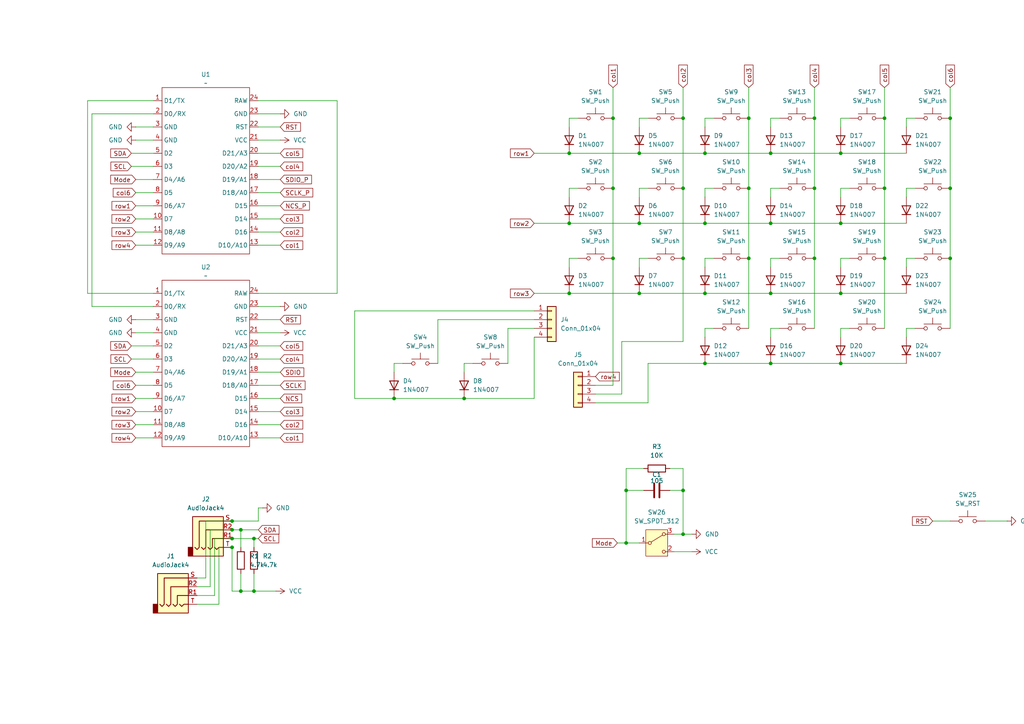
<source format=kicad_sch>
(kicad_sch (version 20231120) (generator "eeschema") (generator_version "8.0")
  (paper "A4")
  (junction (at 181.61 142.24))
  (junction (at 275.59 34.29))
  (junction (at 204.47 105.41))
  (junction (at 198.12 154.94))
  (junction (at 243.84 85.09))
  (junction (at 181.61 157.48))
  (junction (at 243.84 44.45))
  (junction (at 67.31 158.75))
  (junction (at 236.22 54.61))
  (junction (at 204.47 64.77))
  (junction (at 177.8 54.61))
  (junction (at 185.42 85.09))
  (junction (at 256.54 34.29))
  (junction (at 177.8 34.29))
  (junction (at 243.84 105.41))
  (junction (at 73.66 171.45))
  (junction (at 73.66 156.21))
  (junction (at 223.52 44.45))
  (junction (at 256.54 54.61))
  (junction (at 177.8 74.93))
  (junction (at 275.59 54.61))
  (junction (at 275.59 74.93))
  (junction (at 69.85 171.45))
  (junction (at 198.12 34.29))
  (junction (at 243.84 64.77))
  (junction (at 217.17 34.29))
  (junction (at 165.1 64.77))
  (junction (at 223.52 64.77))
  (junction (at 223.52 85.09))
  (junction (at 217.17 74.93))
  (junction (at 165.1 85.09))
  (junction (at 185.42 64.77))
  (junction (at 236.22 74.93))
  (junction (at 256.54 74.93))
  (junction (at 198.12 54.61))
  (junction (at 134.62 115.57))
  (junction (at 185.42 44.45))
  (junction (at 204.47 85.09))
  (junction (at 198.12 74.93))
  (junction (at 69.85 153.67))
  (junction (at 67.31 153.67))
  (junction (at 217.17 54.61))
  (junction (at 165.1 44.45))
  (junction (at 236.22 34.29))
  (junction (at 204.47 44.45))
  (junction (at 67.31 156.21))
  (junction (at 198.12 142.24))
  (junction (at 67.31 151.13))
  (junction (at 223.52 105.41))
  (junction (at 114.3 115.57))
  (wire (pts (xy 74.93 123.19) (xy 81.28 123.19)))
  (wire (pts (xy 217.17 74.93) (xy 217.17 95.25)))
  (wire (pts (xy 185.42 54.61) (xy 185.42 57.15)))
  (wire (pts (xy 198.12 34.29) (xy 198.12 54.61)))
  (wire (pts (xy 177.8 111.76) (xy 172.72 111.76)))
  (wire (pts (xy 243.84 105.41) (xy 262.89 105.41)))
  (wire (pts (xy 134.62 105.41) (xy 134.62 107.95)))
  (wire (pts (xy 265.43 34.29) (xy 262.89 34.29)))
  (wire (pts (xy 39.37 107.95) (xy 44.45 107.95)))
  (wire (pts (xy 97.79 29.21) (xy 97.79 85.09)))
  (wire (pts (xy 187.96 105.41) (xy 187.96 116.84)))
  (wire (pts (xy 198.12 154.94) (xy 200.66 154.94)))
  (wire (pts (xy 334.01 125.73) (xy 342.9 125.73)))
  (wire (pts (xy 74.93 67.31) (xy 81.28 67.31)))
  (wire (pts (xy 26.67 33.02) (xy 26.67 88.9)))
  (wire (pts (xy 187.96 105.41) (xy 204.47 105.41)))
  (wire (pts (xy 185.42 74.93) (xy 185.42 77.47)))
  (wire (pts (xy 39.37 127) (xy 44.45 127)))
  (wire (pts (xy 185.42 34.29) (xy 185.42 36.83)))
  (wire (pts (xy 243.84 85.09) (xy 262.89 85.09)))
  (wire (pts (xy 246.38 54.61) (xy 243.84 54.61)))
  (wire (pts (xy 167.64 74.93) (xy 165.1 74.93)))
  (wire (pts (xy 349.25 133.35) (xy 349.25 134.62)))
  (wire (pts (xy 67.31 151.13) (xy 74.93 151.13)))
  (wire (pts (xy 39.37 59.69) (xy 44.45 59.69)))
  (wire (pts (xy 127 92.71) (xy 154.94 92.71)))
  (wire (pts (xy 39.37 96.52) (xy 44.45 96.52)))
  (wire (pts (xy 38.1 104.14) (xy 44.45 104.14)))
  (wire (pts (xy 74.93 40.64) (xy 81.28 40.64)))
  (wire (pts (xy 265.43 74.93) (xy 262.89 74.93)))
  (wire (pts (xy 207.01 34.29) (xy 204.47 34.29)))
  (wire (pts (xy 38.1 100.33) (xy 44.45 100.33)))
  (wire (pts (xy 137.16 105.41) (xy 134.62 105.41)))
  (wire (pts (xy 74.93 33.02) (xy 81.28 33.02)))
  (wire (pts (xy 226.06 95.25) (xy 223.52 95.25)))
  (wire (pts (xy 217.17 25.4) (xy 217.17 34.29)))
  (wire (pts (xy 187.96 34.29) (xy 185.42 34.29)))
  (wire (pts (xy 74.93 92.71) (xy 81.28 92.71)))
  (wire (pts (xy 265.43 54.61) (xy 262.89 54.61)))
  (wire (pts (xy 198.12 154.94) (xy 198.12 142.24)))
  (wire (pts (xy 165.1 64.77) (xy 185.42 64.77)))
  (wire (pts (xy 73.66 171.45) (xy 80.01 171.45)))
  (wire (pts (xy 256.54 74.93) (xy 256.54 95.25)))
  (wire (pts (xy 74.93 151.13) (xy 74.93 147.32)))
  (wire (pts (xy 207.01 54.61) (xy 204.47 54.61)))
  (wire (pts (xy 275.59 34.29) (xy 275.59 54.61)))
  (wire (pts (xy 74.93 36.83) (xy 81.28 36.83)))
  (wire (pts (xy 187.96 74.93) (xy 185.42 74.93)))
  (wire (pts (xy 39.37 40.64) (xy 44.45 40.64)))
  (wire (pts (xy 223.52 44.45) (xy 243.84 44.45)))
  (wire (pts (xy 74.93 55.88) (xy 81.28 55.88)))
  (wire (pts (xy 223.52 34.29) (xy 223.52 36.83)))
  (wire (pts (xy 67.31 171.45) (xy 69.85 171.45)))
  (wire (pts (xy 74.93 119.38) (xy 81.28 119.38)))
  (wire (pts (xy 39.37 67.31) (xy 44.45 67.31)))
  (wire (pts (xy 39.37 36.83) (xy 44.45 36.83)))
  (wire (pts (xy 127 92.71) (xy 127 105.41)))
  (wire (pts (xy 262.89 74.93) (xy 262.89 77.47)))
  (wire (pts (xy 165.1 44.45) (xy 185.42 44.45)))
  (wire (pts (xy 262.89 54.61) (xy 262.89 57.15)))
  (wire (pts (xy 349.25 113.03) (xy 349.25 123.19)))
  (wire (pts (xy 236.22 54.61) (xy 236.22 74.93)))
  (wire (pts (xy 116.84 105.41) (xy 114.3 105.41)))
  (wire (pts (xy 39.37 52.07) (xy 44.45 52.07)))
  (wire (pts (xy 73.66 156.21) (xy 73.66 158.75)))
  (wire (pts (xy 226.06 54.61) (xy 223.52 54.61)))
  (wire (pts (xy 39.37 55.88) (xy 44.45 55.88)))
  (wire (pts (xy 154.94 64.77) (xy 165.1 64.77)))
  (wire (pts (xy 186.69 135.89) (xy 181.61 135.89)))
  (wire (pts (xy 275.59 74.93) (xy 275.59 95.25)))
  (wire (pts (xy 67.31 156.21) (xy 62.23 156.21)))
  (wire (pts (xy 26.67 88.9) (xy 44.45 88.9)))
  (wire (pts (xy 236.22 25.4) (xy 236.22 34.29)))
  (wire (pts (xy 243.84 44.45) (xy 262.89 44.45)))
  (wire (pts (xy 181.61 142.24) (xy 181.61 157.48)))
  (wire (pts (xy 285.75 151.13) (xy 292.1 151.13)))
  (wire (pts (xy 180.34 99.06) (xy 180.34 114.3)))
  (wire (pts (xy 207.01 95.25) (xy 204.47 95.25)))
  (wire (pts (xy 62.23 156.21) (xy 62.23 172.72)))
  (wire (pts (xy 181.61 157.48) (xy 185.42 157.48)))
  (wire (pts (xy 243.84 54.61) (xy 243.84 57.15)))
  (wire (pts (xy 74.93 29.21) (xy 97.79 29.21)))
  (wire (pts (xy 265.43 95.25) (xy 262.89 95.25)))
  (wire (pts (xy 198.12 99.06) (xy 198.12 74.93)))
  (wire (pts (xy 97.79 85.09) (xy 74.93 85.09)))
  (wire (pts (xy 223.52 64.77) (xy 243.84 64.77)))
  (wire (pts (xy 67.31 156.21) (xy 73.66 156.21)))
  (wire (pts (xy 223.52 95.25) (xy 223.52 97.79)))
  (wire (pts (xy 60.96 170.18) (xy 57.15 170.18)))
  (wire (pts (xy 236.22 34.29) (xy 236.22 54.61)))
  (wire (pts (xy 74.93 44.45) (xy 81.28 44.45)))
  (wire (pts (xy 167.64 34.29) (xy 165.1 34.29)))
  (wire (pts (xy 334.01 133.35) (xy 349.25 133.35)))
  (wire (pts (xy 74.93 52.07) (xy 81.28 52.07)))
  (wire (pts (xy 74.93 127) (xy 81.28 127)))
  (wire (pts (xy 73.66 156.21) (xy 74.93 156.21)))
  (wire (pts (xy 154.94 95.25) (xy 147.32 95.25)))
  (wire (pts (xy 57.15 175.26) (xy 63.5 175.26)))
  (wire (pts (xy 204.47 95.25) (xy 204.47 97.79)))
  (wire (pts (xy 102.87 115.57) (xy 114.3 115.57)))
  (wire (pts (xy 39.37 63.5) (xy 44.45 63.5)))
  (wire (pts (xy 74.93 115.57) (xy 81.28 115.57)))
  (wire (pts (xy 60.96 153.67) (xy 60.96 170.18)))
  (wire (pts (xy 198.12 25.4) (xy 198.12 34.29)))
  (wire (pts (xy 69.85 153.67) (xy 74.93 153.67)))
  (wire (pts (xy 256.54 25.4) (xy 256.54 34.29)))
  (wire (pts (xy 154.94 97.79) (xy 154.94 115.57)))
  (wire (pts (xy 165.1 54.61) (xy 165.1 57.15)))
  (wire (pts (xy 74.93 88.9) (xy 81.28 88.9)))
  (wire (pts (xy 217.17 54.61) (xy 217.17 74.93)))
  (wire (pts (xy 69.85 166.37) (xy 69.85 171.45)))
  (wire (pts (xy 114.3 105.41) (xy 114.3 107.95)))
  (wire (pts (xy 165.1 34.29) (xy 165.1 36.83)))
  (wire (pts (xy 204.47 44.45) (xy 223.52 44.45)))
  (wire (pts (xy 198.12 142.24) (xy 198.12 135.89)))
  (wire (pts (xy 177.8 25.4) (xy 177.8 34.29)))
  (wire (pts (xy 74.93 104.14) (xy 81.28 104.14)))
  (wire (pts (xy 69.85 153.67) (xy 69.85 158.75)))
  (wire (pts (xy 256.54 34.29) (xy 256.54 54.61)))
  (wire (pts (xy 39.37 115.57) (xy 44.45 115.57)))
  (wire (pts (xy 39.37 111.76) (xy 44.45 111.76)))
  (wire (pts (xy 243.84 34.29) (xy 243.84 36.83)))
  (wire (pts (xy 180.34 114.3) (xy 172.72 114.3)))
  (wire (pts (xy 69.85 171.45) (xy 73.66 171.45)))
  (wire (pts (xy 74.93 71.12) (xy 81.28 71.12)))
  (wire (pts (xy 44.45 33.02) (xy 26.67 33.02)))
  (wire (pts (xy 62.23 172.72) (xy 57.15 172.72)))
  (wire (pts (xy 195.58 160.02) (xy 200.66 160.02)))
  (wire (pts (xy 74.93 63.5) (xy 81.28 63.5)))
  (wire (pts (xy 39.37 71.12) (xy 44.45 71.12)))
  (wire (pts (xy 185.42 85.09) (xy 204.47 85.09)))
  (wire (pts (xy 59.69 167.64) (xy 57.15 167.64)))
  (wire (pts (xy 185.42 44.45) (xy 204.47 44.45)))
  (wire (pts (xy 177.8 54.61) (xy 177.8 74.93)))
  (wire (pts (xy 185.42 64.77) (xy 204.47 64.77)))
  (wire (pts (xy 25.4 85.09) (xy 44.45 85.09)))
  (wire (pts (xy 275.59 25.4) (xy 275.59 34.29)))
  (wire (pts (xy 67.31 151.13) (xy 59.69 151.13)))
  (wire (pts (xy 217.17 34.29) (xy 217.17 54.61)))
  (wire (pts (xy 147.32 95.25) (xy 147.32 105.41)))
  (wire (pts (xy 73.66 166.37) (xy 73.66 171.45)))
  (wire (pts (xy 167.64 54.61) (xy 165.1 54.61)))
  (wire (pts (xy 262.89 95.25) (xy 262.89 97.79)))
  (wire (pts (xy 226.06 34.29) (xy 223.52 34.29)))
  (wire (pts (xy 134.62 115.57) (xy 154.94 115.57)))
  (wire (pts (xy 67.31 158.75) (xy 63.5 158.75)))
  (wire (pts (xy 102.87 90.17) (xy 154.94 90.17)))
  (wire (pts (xy 154.94 44.45) (xy 165.1 44.45)))
  (wire (pts (xy 74.93 48.26) (xy 81.28 48.26)))
  (wire (pts (xy 223.52 54.61) (xy 223.52 57.15)))
  (wire (pts (xy 67.31 158.75) (xy 67.31 171.45)))
  (wire (pts (xy 204.47 34.29) (xy 204.47 36.83)))
  (wire (pts (xy 39.37 92.71) (xy 44.45 92.71)))
  (wire (pts (xy 204.47 85.09) (xy 223.52 85.09)))
  (wire (pts (xy 236.22 74.93) (xy 236.22 95.25)))
  (wire (pts (xy 63.5 158.75) (xy 63.5 175.26)))
  (wire (pts (xy 74.93 147.32) (xy 76.2 147.32)))
  (wire (pts (xy 246.38 34.29) (xy 243.84 34.29)))
  (wire (pts (xy 44.45 29.21) (xy 25.4 29.21)))
  (wire (pts (xy 270.51 151.13) (xy 275.59 151.13)))
  (wire (pts (xy 256.54 54.61) (xy 256.54 74.93)))
  (wire (pts (xy 187.96 54.61) (xy 185.42 54.61)))
  (wire (pts (xy 223.52 105.41) (xy 243.84 105.41)))
  (wire (pts (xy 74.93 111.76) (xy 81.28 111.76)))
  (wire (pts (xy 334.01 123.19) (xy 349.25 123.19)))
  (wire (pts (xy 39.37 123.19) (xy 44.45 123.19)))
  (wire (pts (xy 243.84 95.25) (xy 243.84 97.79)))
  (wire (pts (xy 198.12 135.89) (xy 194.31 135.89)))
  (wire (pts (xy 25.4 29.21) (xy 25.4 85.09)))
  (wire (pts (xy 198.12 99.06) (xy 180.34 99.06)))
  (wire (pts (xy 243.84 64.77) (xy 262.89 64.77)))
  (wire (pts (xy 198.12 54.61) (xy 198.12 74.93)))
  (wire (pts (xy 74.93 100.33) (xy 81.28 100.33)))
  (wire (pts (xy 195.58 154.94) (xy 198.12 154.94)))
  (wire (pts (xy 177.8 74.93) (xy 177.8 111.76)))
  (wire (pts (xy 204.47 74.93) (xy 204.47 77.47)))
  (wire (pts (xy 59.69 151.13) (xy 59.69 167.64)))
  (wire (pts (xy 334.01 128.27) (xy 342.9 128.27)))
  (wire (pts (xy 38.1 44.45) (xy 44.45 44.45)))
  (wire (pts (xy 246.38 74.93) (xy 243.84 74.93)))
  (wire (pts (xy 165.1 85.09) (xy 185.42 85.09)))
  (wire (pts (xy 204.47 64.77) (xy 223.52 64.77)))
  (wire (pts (xy 275.59 54.61) (xy 275.59 74.93)))
  (wire (pts (xy 74.93 107.95) (xy 81.28 107.95)))
  (wire (pts (xy 334.01 130.81) (xy 342.9 130.81)))
  (wire (pts (xy 102.87 90.17) (xy 102.87 115.57)))
  (wire (pts (xy 179.07 157.48) (xy 181.61 157.48)))
  (wire (pts (xy 246.38 95.25) (xy 243.84 95.25)))
  (wire (pts (xy 262.89 34.29) (xy 262.89 36.83)))
  (wire (pts (xy 177.8 34.29) (xy 177.8 54.61)))
  (wire (pts (xy 204.47 54.61) (xy 204.47 57.15)))
  (wire (pts (xy 74.93 96.52) (xy 81.28 96.52)))
  (wire (pts (xy 67.31 153.67) (xy 69.85 153.67)))
  (wire (pts (xy 223.52 74.93) (xy 223.52 77.47)))
  (wire (pts (xy 38.1 48.26) (xy 44.45 48.26)))
  (wire (pts (xy 67.31 153.67) (xy 60.96 153.67)))
  (wire (pts (xy 74.93 59.69) (xy 81.28 59.69)))
  (wire (pts (xy 154.94 85.09) (xy 165.1 85.09)))
  (wire (pts (xy 198.12 142.24) (xy 194.31 142.24)))
  (wire (pts (xy 207.01 74.93) (xy 204.47 74.93)))
  (wire (pts (xy 39.37 119.38) (xy 44.45 119.38)))
  (wire (pts (xy 114.3 115.57) (xy 134.62 115.57)))
  (wire (pts (xy 243.84 74.93) (xy 243.84 77.47)))
  (wire (pts (xy 186.69 142.24) (xy 181.61 142.24)))
  (wire (pts (xy 204.47 105.41) (xy 223.52 105.41)))
  (wire (pts (xy 165.1 74.93) (xy 165.1 77.47)))
  (wire (pts (xy 223.52 85.09) (xy 243.84 85.09)))
  (wire (pts (xy 181.61 135.89) (xy 181.61 142.24)))
  (wire (pts (xy 226.06 74.93) (xy 223.52 74.93)))
  (wire (pts (xy 187.96 116.84) (xy 172.72 116.84)))
  (global_label "col4" (shape input) (at 236.22 25.4 90) (property "Intersheetrefs" "${INTERSHEET_REFS}" (effects (hide yes))))
  (global_label "col5" (shape input) (at 81.28 100.33 0) (property "Intersheetrefs" "${INTERSHEET_REFS}" (effects (hide yes))))
  (global_label "SDA" (shape input) (at 74.93 153.67 0) (property "Intersheetrefs" "${INTERSHEET_REFS}" (effects (hide yes))))
  (global_label "col1" (shape input) (at 81.28 127 0) (property "Intersheetrefs" "${INTERSHEET_REFS}" (effects (hide yes))))
  (global_label "row2" (shape input) (at 154.94 64.77 180) (property "Intersheetrefs" "${INTERSHEET_REFS}" (effects (hide yes))))
  (global_label "RST" (shape input) (at 81.28 36.83 0) (property "Intersheetrefs" "${INTERSHEET_REFS}" (effects (hide yes))))
  (global_label "SCLK_P" (shape input) (at 81.28 55.88 0) (property "Intersheetrefs" "${INTERSHEET_REFS}" (effects (hide yes))))
  (global_label "row1" (shape input) (at 39.37 59.69 180) (property "Intersheetrefs" "${INTERSHEET_REFS}" (effects (hide yes))))
  (global_label "row3" (shape input) (at 39.37 67.31 180) (property "Intersheetrefs" "${INTERSHEET_REFS}" (effects (hide yes))))
  (global_label "SDIO_P" (shape input) (at 81.28 52.07 0) (property "Intersheetrefs" "${INTERSHEET_REFS}" (effects (hide yes))))
  (global_label "NCS_P" (shape input) (at 81.28 59.69 0) (property "Intersheetrefs" "${INTERSHEET_REFS}" (effects (hide yes))))
  (global_label "SCLK" (shape input) (at 81.28 111.76 0) (property "Intersheetrefs" "${INTERSHEET_REFS}" (effects (hide yes))))
  (global_label "col1" (shape input) (at 81.28 71.12 0) (property "Intersheetrefs" "${INTERSHEET_REFS}" (effects (hide yes))))
  (global_label "NCS_P" (shape input) (at 342.9 130.81 0) (property "Intersheetrefs" "${INTERSHEET_REFS}" (effects (hide yes))))
  (global_label "NCS" (shape input) (at 81.28 115.57 0) (property "Intersheetrefs" "${INTERSHEET_REFS}" (effects (hide yes))))
  (global_label "row3" (shape input) (at 39.37 123.19 180) (property "Intersheetrefs" "${INTERSHEET_REFS}" (effects (hide yes))))
  (global_label "col6" (shape input) (at 39.37 55.88 180) (property "Intersheetrefs" "${INTERSHEET_REFS}" (effects (hide yes))))
  (global_label "col5" (shape input) (at 81.28 44.45 0) (property "Intersheetrefs" "${INTERSHEET_REFS}" (effects (hide yes))))
  (global_label "col3" (shape input) (at 81.28 119.38 0) (property "Intersheetrefs" "${INTERSHEET_REFS}" (effects (hide yes))))
  (global_label "col4" (shape input) (at 81.28 104.14 0) (property "Intersheetrefs" "${INTERSHEET_REFS}" (effects (hide yes))))
  (global_label "SDIO_P" (shape input) (at 342.9 125.73 0) (property "Intersheetrefs" "${INTERSHEET_REFS}" (effects (hide yes))))
  (global_label "row4" (shape input) (at 172.72 109.22 0) (property "Intersheetrefs" "${INTERSHEET_REFS}" (effects (hide yes))))
  (global_label "SDA" (shape input) (at 38.1 44.45 180) (property "Intersheetrefs" "${INTERSHEET_REFS}" (effects (hide yes))))
  (global_label "col3" (shape input) (at 217.17 25.4 90) (property "Intersheetrefs" "${INTERSHEET_REFS}" (effects (hide yes))))
  (global_label "row4" (shape input) (at 39.37 71.12 180) (property "Intersheetrefs" "${INTERSHEET_REFS}" (effects (hide yes))))
  (global_label "row1" (shape input) (at 39.37 115.57 180) (property "Intersheetrefs" "${INTERSHEET_REFS}" (effects (hide yes))))
  (global_label "row2" (shape input) (at 39.37 119.38 180) (property "Intersheetrefs" "${INTERSHEET_REFS}" (effects (hide yes))))
  (global_label "col1" (shape input) (at 177.8 25.4 90) (property "Intersheetrefs" "${INTERSHEET_REFS}" (effects (hide yes))))
  (global_label "SCLK_P" (shape input) (at 342.9 128.27 0) (property "Intersheetrefs" "${INTERSHEET_REFS}" (effects (hide yes))))
  (global_label "RST" (shape input) (at 81.28 92.71 0) (property "Intersheetrefs" "${INTERSHEET_REFS}" (effects (hide yes))))
  (global_label "col2" (shape input) (at 81.28 67.31 0) (property "Intersheetrefs" "${INTERSHEET_REFS}" (effects (hide yes))))
  (global_label "SCL" (shape input) (at 74.93 156.21 0) (property "Intersheetrefs" "${INTERSHEET_REFS}" (effects (hide yes))))
  (global_label "SCL" (shape input) (at 38.1 48.26 180) (property "Intersheetrefs" "${INTERSHEET_REFS}" (effects (hide yes))))
  (global_label "SCL" (shape input) (at 38.1 104.14 180) (property "Intersheetrefs" "${INTERSHEET_REFS}" (effects (hide yes))))
  (global_label "col4" (shape input) (at 81.28 48.26 0) (property "Intersheetrefs" "${INTERSHEET_REFS}" (effects (hide yes))))
  (global_label "Mode" (shape input) (at 179.07 157.48 180) (property "Intersheetrefs" "${INTERSHEET_REFS}" (effects (hide yes))))
  (global_label "Mode" (shape input) (at 39.37 52.07 180) (property "Intersheetrefs" "${INTERSHEET_REFS}" (effects (hide yes))))
  (global_label "RST" (shape input) (at 270.51 151.13 180) (property "Intersheetrefs" "${INTERSHEET_REFS}" (effects (hide yes))))
  (global_label "col2" (shape input) (at 198.12 25.4 90) (property "Intersheetrefs" "${INTERSHEET_REFS}" (effects (hide yes))))
  (global_label "row4" (shape input) (at 39.37 127 180) (property "Intersheetrefs" "${INTERSHEET_REFS}" (effects (hide yes))))
  (global_label "Mode" (shape input) (at 39.37 107.95 180) (property "Intersheetrefs" "${INTERSHEET_REFS}" (effects (hide yes))))
  (global_label "row2" (shape input) (at 39.37 63.5 180) (property "Intersheetrefs" "${INTERSHEET_REFS}" (effects (hide yes))))
  (global_label "col3" (shape input) (at 81.28 63.5 0) (property "Intersheetrefs" "${INTERSHEET_REFS}" (effects (hide yes))))
  (global_label "col2" (shape input) (at 81.28 123.19 0) (property "Intersheetrefs" "${INTERSHEET_REFS}" (effects (hide yes))))
  (global_label "SDIO" (shape input) (at 81.28 107.95 0) (property "Intersheetrefs" "${INTERSHEET_REFS}" (effects (hide yes))))
  (global_label "row1" (shape input) (at 154.94 44.45 180) (property "Intersheetrefs" "${INTERSHEET_REFS}" (effects (hide yes))))
  (global_label "SDA" (shape input) (at 38.1 100.33 180) (property "Intersheetrefs" "${INTERSHEET_REFS}" (effects (hide yes))))
  (global_label "col6" (shape input) (at 275.59 25.4 90) (property "Intersheetrefs" "${INTERSHEET_REFS}" (effects (hide yes))))
  (global_label "col5" (shape input) (at 256.54 25.4 90) (property "Intersheetrefs" "${INTERSHEET_REFS}" (effects (hide yes))))
  (global_label "col6" (shape input) (at 39.37 111.76 180) (property "Intersheetrefs" "${INTERSHEET_REFS}" (effects (hide yes))))
  (global_label "row3" (shape input) (at 154.94 85.09 180) (property "Intersheetrefs" "${INTERSHEET_REFS}" (effects (hide yes))))
  (symbol (lib_id "Mechanical:MountingHole") (at 154.94 232.41 0) (unit 1)
    (property "Reference" "H3" (at 157.48 231.14 0) (effects (justify left)))
    (property "Value" "MountingHole" (at 157.48 233.68 0) (effects (justify left)))
    (property "Footprint" "MountingHole:MountingHole_2.2mm_M2" (effects (hide yes)))
  )
  (symbol (lib_name "GND_2") (lib_id "power:GND") (at 81.28 88.9 90) (unit 1)
    (property "Reference" "#PWR09" (effects (hide yes)))
    (property "Value" "GND" (at 85.09 88.8999 90) (effects (justify right)))
    (property "Description" "Power symbol creates a global label with name \"GND\" , ground" (effects (hide yes)))
  )
  (symbol (lib_name "VCC_2") (lib_id "power:VCC") (at 81.28 96.52 270) (unit 1)
    (property "Reference" "#PWR010" (effects (hide yes)))
    (property "Value" "VCC" (at 85.09 96.5199 90) (effects (justify left)))
    (property "Description" "Power symbol creates a global label with name \"VCC\"" (effects (hide yes)))
  )
  (symbol (lib_id "Diode:1N4007") (at 262.89 40.64 90) (unit 1)
    (property "Reference" "D21" (at 265.43 39.37 90) (effects (justify right)))
    (property "Value" "1N4007" (at 265.43 41.91 90) (effects (justify right)))
    (property "Footprint" "Diode_THT:D_T-1_P5.08mm_Horizontal" (effects (hide yes)))
    (property "Datasheet" "http://www.vishay.com/docs/88503/1n4001.pdf" (effects (hide yes)))
    (property "Sim.Device" "D" (effects (hide yes)))
    (property "Sim.Pins" "1=K 2=A" (effects (hide yes)))
  )
  (symbol (lib_id "MyLibrary:SW_Push") (at 251.46 54.61 0) (unit 1)
    (property "Reference" "SW18" (at 251.46 46.99 0))
    (property "Value" "SW_Push" (at 251.46 49.53 0))
    (property "Footprint" "My_Library:Kailh_socket_PG1350_reversible" (effects (hide yes)))
    (property "Description" "Push button switch, generic, two pins" (effects (hide yes)))
  )
  (symbol (lib_name "GND_2") (lib_id "power:GND") (at 39.37 96.52 270) (unit 1)
    (property "Reference" "#PWR04" (effects (hide yes)))
    (property "Value" "GND" (at 35.56 96.5199 90) (effects (justify right)))
    (property "Description" "Power symbol creates a global label with name \"GND\" , ground" (effects (hide yes)))
  )
  (symbol (lib_id "MyLibrary:SW_Push") (at 193.04 54.61 0) (unit 1)
    (property "Reference" "SW6" (at 193.04 46.99 0))
    (property "Value" "SW_Push" (at 193.04 49.53 0))
    (property "Footprint" "My_Library:Kailh_socket_PG1350_reversible" (effects (hide yes)))
    (property "Description" "Push button switch, generic, two pins" (effects (hide yes)))
  )
  (symbol (lib_id "Diode:1N4007") (at 262.89 101.6 90) (unit 1)
    (property "Reference" "D24" (at 265.43 100.33 90) (effects (justify right)))
    (property "Value" "1N4007" (at 265.43 102.87 90) (effects (justify right)))
    (property "Footprint" "Diode_THT:D_T-1_P5.08mm_Horizontal" (effects (hide yes)))
    (property "Datasheet" "http://www.vishay.com/docs/88503/1n4001.pdf" (effects (hide yes)))
    (property "Sim.Device" "D" (effects (hide yes)))
    (property "Sim.Pins" "1=K 2=A" (effects (hide yes)))
  )
  (symbol (lib_id "Device:C") (at 190.5 142.24 90) (unit 1)
    (property "Reference" "C1" (at 190.5 137.668 90))
    (property "Value" "105" (at 190.5 139.446 90))
    (property "Footprint" "Capacitor_THT:C_Disc_D5.0mm_W2.5mm_P5.00mm" (effects (hide yes)))
    (property "Description" "Unpolarized capacitor" (effects (hide yes)))
  )
  (symbol (lib_id "Switch:SW_SPDT_312") (at 190.5 157.48 0) (unit 1)
    (property "Reference" "SW26" (at 190.5 148.59 0))
    (property "Value" "SW_SPDT_312" (at 190.5 151.13 0))
    (property "Footprint" "My_Library:vertical_slide_switch" (effects (hide yes)))
    (property "Description" "Switch, single pole double throw" (effects (hide yes)))
  )
  (symbol (lib_id "Diode:1N4007") (at 262.89 60.96 90) (unit 1)
    (property "Reference" "D22" (at 265.43 59.69 90) (effects (justify right)))
    (property "Value" "1N4007" (at 265.43 62.23 90) (effects (justify right)))
    (property "Footprint" "Diode_THT:D_T-1_P5.08mm_Horizontal" (effects (hide yes)))
    (property "Datasheet" "http://www.vishay.com/docs/88503/1n4001.pdf" (effects (hide yes)))
    (property "Sim.Device" "D" (effects (hide yes)))
    (property "Sim.Pins" "1=K 2=A" (effects (hide yes)))
  )
  (symbol (lib_name "VCC_2") (lib_id "power:VCC") (at 81.28 40.64 270) (unit 1)
    (property "Reference" "#PWR08" (effects (hide yes)))
    (property "Value" "VCC" (at 85.09 40.6399 90) (effects (justify left)))
    (property "Description" "Power symbol creates a global label with name \"VCC\"" (effects (hide yes)))
  )
  (symbol (lib_id "Mechanical:MountingHole") (at 156.21 218.44 0) (unit 1)
    (property "Reference" "H4" (at 158.75 217.17 0) (effects (justify left)))
    (property "Value" "MountingHole" (at 158.75 219.71 0) (effects (justify left)))
    (property "Footprint" "MountingHole:MountingHole_2.2mm_M2" (effects (hide yes)))
  )
  (symbol (lib_id "MyLibrary:SW_Push") (at 251.46 74.93 0) (unit 1)
    (property "Reference" "SW19" (at 251.46 67.31 0))
    (property "Value" "SW_Push" (at 251.46 69.85 0))
    (property "Footprint" "My_Library:Kailh_socket_PG1350_reversible" (effects (hide yes)))
    (property "Description" "Push button switch, generic, two pins" (effects (hide yes)))
  )
  (symbol (lib_id "Diode:1N4007") (at 134.62 111.76 90) (unit 1)
    (property "Reference" "D8" (at 137.16 110.49 90) (effects (justify right)))
    (property "Value" "1N4007" (at 137.16 113.03 90) (effects (justify right)))
    (property "Footprint" "Diode_THT:D_T-1_P5.08mm_Horizontal" (effects (hide yes)))
    (property "Datasheet" "http://www.vishay.com/docs/88503/1n4001.pdf" (effects (hide yes)))
    (property "Sim.Device" "D" (effects (hide yes)))
    (property "Sim.Pins" "1=K 2=A" (effects (hide yes)))
  )
  (symbol (lib_id "MyLibrary:ProMicro") (at 59.69 106.68 0) (unit 1)
    (property "Reference" "U2" (at 59.69 77.47 0))
    (property "Value" "~" (at 59.69 80.01 0))
    (property "Footprint" "My_Library:ProMicro" (effects (hide yes)))
  )
  (symbol (lib_id "Diode:1N4007") (at 165.1 40.64 90) (unit 1)
    (property "Reference" "D1" (at 167.64 39.37 90) (effects (justify right)))
    (property "Value" "1N4007" (at 167.64 41.91 90) (effects (justify right)))
    (property "Footprint" "Diode_THT:D_T-1_P5.08mm_Horizontal" (effects (hide yes)))
    (property "Datasheet" "http://www.vishay.com/docs/88503/1n4001.pdf" (effects (hide yes)))
    (property "Sim.Device" "D" (effects (hide yes)))
    (property "Sim.Pins" "1=K 2=A" (effects (hide yes)))
  )
  (symbol (lib_name "GND_2") (lib_id "power:GND") (at 39.37 36.83 270) (unit 1)
    (property "Reference" "#PWR01" (effects (hide yes)))
    (property "Value" "GND" (at 35.56 36.8299 90) (effects (justify right)))
    (property "Description" "Power symbol creates a global label with name \"GND\" , ground" (effects (hide yes)))
  )
  (symbol (lib_name "GND_2") (lib_id "power:GND") (at 39.37 92.71 270) (unit 1)
    (property "Reference" "#PWR03" (effects (hide yes)))
    (property "Value" "GND" (at 35.56 92.7099 90) (effects (justify right)))
    (property "Description" "Power symbol creates a global label with name \"GND\" , ground" (effects (hide yes)))
  )
  (symbol (lib_name "VCC_2") (lib_id "power:VCC") (at 200.66 160.02 270) (unit 1)
    (property "Reference" "#PWR015" (effects (hide yes)))
    (property "Value" "VCC" (at 204.47 160.0199 90) (effects (justify left)))
    (property "Description" "Power symbol creates a global label with name \"VCC\"" (effects (hide yes)))
  )
  (symbol (lib_id "Connector_Generic:Conn_01x04") (at 167.64 111.76 0) (mirror y) (unit 1)
    (property "Reference" "J5" (at 167.64 102.87 0))
    (property "Value" "Conn_01x04" (at 167.64 105.41 0))
    (property "Footprint" "Connector_PinHeader_2.54mm:PinHeader_1x04_P2.54mm_Vertical" (effects (hide yes)))
    (property "Description" "Generic connector, single row, 01x04, script generated (kicad-library-utils/schlib/autogen/connector/)" (effects (hide yes)))
  )
  (symbol (lib_id "Mechanical:MountingHole") (at 176.53 232.41 0) (unit 1)
    (property "Reference" "H5" (at 179.07 231.14 0) (effects (justify left)))
    (property "Value" "MountingHole" (at 179.07 233.68 0) (effects (justify left)))
    (property "Footprint" "MountingHole:MountingHole_2.2mm_M2" (effects (hide yes)))
  )
  (symbol (lib_id "MyLibrary:SW_Push") (at 251.46 34.29 0) (unit 1)
    (property "Reference" "SW17" (at 251.46 26.67 0))
    (property "Value" "SW_Push" (at 251.46 29.21 0))
    (property "Footprint" "My_Library:Kailh_socket_PG1350_reversible" (effects (hide yes)))
    (property "Description" "Push button switch, generic, two pins" (effects (hide yes)))
  )
  (symbol (lib_id "MyLibrary:SW_Push") (at 270.51 74.93 0) (unit 1)
    (property "Reference" "SW23" (at 270.51 67.31 0))
    (property "Value" "SW_Push" (at 270.51 69.85 0))
    (property "Footprint" "My_Library:Kailh_socket_PG1350_reversible" (effects (hide yes)))
    (property "Description" "Push button switch, generic, two pins" (effects (hide yes)))
  )
  (symbol (lib_id "Diode:1N4007") (at 223.52 40.64 90) (unit 1)
    (property "Reference" "D13" (at 226.06 39.37 90) (effects (justify right)))
    (property "Value" "1N4007" (at 226.06 41.91 90) (effects (justify right)))
    (property "Footprint" "Diode_THT:D_T-1_P5.08mm_Horizontal" (effects (hide yes)))
    (property "Datasheet" "http://www.vishay.com/docs/88503/1n4001.pdf" (effects (hide yes)))
    (property "Sim.Device" "D" (effects (hide yes)))
    (property "Sim.Pins" "1=K 2=A" (effects (hide yes)))
  )
  (symbol (lib_id "Diode:1N4007") (at 262.89 81.28 90) (unit 1)
    (property "Reference" "D23" (at 265.43 80.01 90) (effects (justify right)))
    (property "Value" "1N4007" (at 265.43 82.55 90) (effects (justify right)))
    (property "Footprint" "Diode_THT:D_T-1_P5.08mm_Horizontal" (effects (hide yes)))
    (property "Datasheet" "http://www.vishay.com/docs/88503/1n4001.pdf" (effects (hide yes)))
    (property "Sim.Device" "D" (effects (hide yes)))
    (property "Sim.Pins" "1=K 2=A" (effects (hide yes)))
  )
  (symbol (lib_id "Mechanical:MountingHole") (at 133.35 218.44 0) (unit 1)
    (property "Reference" "H2" (at 135.89 217.17 0) (effects (justify left)))
    (property "Value" "MountingHole" (at 135.89 219.71 0) (effects (justify left)))
    (property "Footprint" "MountingHole:MountingHole_2.2mm_M2" (effects (hide yes)))
  )
  (symbol (lib_id "MyLibrary:SW_Push") (at 231.14 34.29 0) (unit 1)
    (property "Reference" "SW13" (at 231.14 26.67 0))
    (property "Value" "SW_Push" (at 231.14 29.21 0))
    (property "Footprint" "My_Library:Kailh_socket_PG1350_reversible" (effects (hide yes)))
    (property "Description" "Push button switch, generic, two pins" (effects (hide yes)))
  )
  (symbol (lib_name "VCC_2") (lib_id "power:VCC") (at 80.01 171.45 270) (unit 1)
    (property "Reference" "#PWR06" (effects (hide yes)))
    (property "Value" "VCC" (at 83.82 171.4499 90) (effects (justify left)))
    (property "Description" "Power symbol creates a global label with name \"VCC\"" (effects (hide yes)))
  )
  (symbol (lib_id "MyLibrary:SW_Push") (at 142.24 105.41 0) (unit 1)
    (property "Reference" "SW8" (at 142.24 97.79 0))
    (property "Value" "SW_Push" (at 142.24 100.33 0))
    (property "Footprint" "My_Library:Kailh_socket_PG1350_reversible" (effects (hide yes)))
    (property "Description" "Push button switch, generic, two pins" (effects (hide yes)))
  )
  (symbol (lib_id "Mechanical:MountingHole") (at 198.12 218.44 0) (unit 1)
    (property "Reference" "H8" (at 200.66 217.17 0) (effects (justify left)))
    (property "Value" "MountingHole" (at 200.66 219.71 0) (effects (justify left)))
    (property "Footprint" "MountingHole:MountingHole_2.2mm_M2" (effects (hide yes)))
  )
  (symbol (lib_id "MyLibrary:SW_Push") (at 231.14 54.61 0) (unit 1)
    (property "Reference" "SW14" (at 231.14 46.99 0))
    (property "Value" "SW_Push" (at 231.14 49.53 0))
    (property "Footprint" "My_Library:Kailh_socket_PG1350_reversible" (effects (hide yes)))
    (property "Description" "Push button switch, generic, two pins" (effects (hide yes)))
  )
  (symbol (lib_id "Diode:1N4007") (at 185.42 60.96 90) (unit 1)
    (property "Reference" "D6" (at 187.96 59.69 90) (effects (justify right)))
    (property "Value" "1N4007" (at 187.96 62.23 90) (effects (justify right)))
    (property "Footprint" "Diode_THT:D_T-1_P5.08mm_Horizontal" (effects (hide yes)))
    (property "Datasheet" "http://www.vishay.com/docs/88503/1n4001.pdf" (effects (hide yes)))
    (property "Sim.Device" "D" (effects (hide yes)))
    (property "Sim.Pins" "1=K 2=A" (effects (hide yes)))
  )
  (symbol (lib_name "GND_2") (lib_id "power:GND") (at 76.2 147.32 90) (unit 1)
    (property "Reference" "#PWR05" (effects (hide yes)))
    (property "Value" "GND" (at 80.01 147.3199 90) (effects (justify right)))
    (property "Description" "Power symbol creates a global label with name \"GND\" , ground" (effects (hide yes)))
  )
  (symbol (lib_id "Device:R") (at 69.85 162.56 0) (unit 1)
    (property "Reference" "R1" (at 72.39 161.29 0) (effects (justify left)))
    (property "Value" "4.7k" (at 72.39 163.83 0) (effects (justify left)))
    (property "Footprint" "Resistor_THT:R_Axial_DIN0207_L6.3mm_D2.5mm_P10.16mm_Horizontal" (effects (hide yes)))
  )
  (symbol (lib_id "Connector_Audio:AudioJack4") (at 52.07 170.18 0) (unit 1)
    (property "Reference" "J1" (at 49.53 161.29 0))
    (property "Value" "AudioJack4" (at 49.53 163.83 0))
    (property "Footprint" "My_Library:TRRS_Jack" (effects (hide yes)))
  )
  (symbol (lib_id "Mechanical:MountingHole") (at 177.8 218.44 0) (unit 1)
    (property "Reference" "H6" (at 180.34 217.17 0) (effects (justify left)))
    (property "Value" "MountingHole" (at 180.34 219.71 0) (effects (justify left)))
    (property "Footprint" "MountingHole:MountingHole_2.2mm_M2" (effects (hide yes)))
  )
  (symbol (lib_id "Diode:1N4007") (at 185.42 81.28 90) (unit 1)
    (property "Reference" "D7" (at 187.96 80.01 90) (effects (justify right)))
    (property "Value" "1N4007" (at 187.96 82.55 90) (effects (justify right)))
    (property "Footprint" "Diode_THT:D_T-1_P5.08mm_Horizontal" (effects (hide yes)))
    (property "Datasheet" "http://www.vishay.com/docs/88503/1n4001.pdf" (effects (hide yes)))
    (property "Sim.Device" "D" (effects (hide yes)))
    (property "Sim.Pins" "1=K 2=A" (effects (hide yes)))
  )
  (symbol (lib_id "Diode:1N4007") (at 243.84 101.6 90) (unit 1)
    (property "Reference" "D20" (at 246.38 100.33 90) (effects (justify right)))
    (property "Value" "1N4007" (at 246.38 102.87 90) (effects (justify right)))
    (property "Footprint" "Diode_THT:D_T-1_P5.08mm_Horizontal" (effects (hide yes)))
    (property "Datasheet" "http://www.vishay.com/docs/88503/1n4001.pdf" (effects (hide yes)))
    (property "Sim.Device" "D" (effects (hide yes)))
    (property "Sim.Pins" "1=K 2=A" (effects (hide yes)))
  )
  (symbol (lib_id "MyLibrary:SW_Push") (at 193.04 34.29 0) (unit 1)
    (property "Reference" "SW5" (at 193.04 26.67 0))
    (property "Value" "SW_Push" (at 193.04 29.21 0))
    (property "Footprint" "My_Library:Kailh_socket_PG1350_reversible" (effects (hide yes)))
    (property "Description" "Push button switch, generic, two pins" (effects (hide yes)))
  )
  (symbol (lib_id "Diode:1N4007") (at 204.47 60.96 90) (unit 1)
    (property "Reference" "D10" (at 207.01 59.69 90) (effects (justify right)))
    (property "Value" "1N4007" (at 207.01 62.23 90) (effects (justify right)))
    (property "Footprint" "Diode_THT:D_T-1_P5.08mm_Horizontal" (effects (hide yes)))
    (property "Datasheet" "http://www.vishay.com/docs/88503/1n4001.pdf" (effects (hide yes)))
    (property "Sim.Device" "D" (effects (hide yes)))
    (property "Sim.Pins" "1=K 2=A" (effects (hide yes)))
  )
  (symbol (lib_id "Diode:1N4007") (at 243.84 60.96 90) (unit 1)
    (property "Reference" "D18" (at 246.38 59.69 90) (effects (justify right)))
    (property "Value" "1N4007" (at 246.38 62.23 90) (effects (justify right)))
    (property "Footprint" "Diode_THT:D_T-1_P5.08mm_Horizontal" (effects (hide yes)))
    (property "Datasheet" "http://www.vishay.com/docs/88503/1n4001.pdf" (effects (hide yes)))
    (property "Sim.Device" "D" (effects (hide yes)))
    (property "Sim.Pins" "1=K 2=A" (effects (hide yes)))
  )
  (symbol (lib_id "Diode:1N4007") (at 223.52 60.96 90) (unit 1)
    (property "Reference" "D14" (at 226.06 59.69 90) (effects (justify right)))
    (property "Value" "1N4007" (at 226.06 62.23 90) (effects (justify right)))
    (property "Footprint" "Diode_THT:D_T-1_P5.08mm_Horizontal" (effects (hide yes)))
    (property "Datasheet" "http://www.vishay.com/docs/88503/1n4001.pdf" (effects (hide yes)))
    (property "Sim.Device" "D" (effects (hide yes)))
    (property "Sim.Pins" "1=K 2=A" (effects (hide yes)))
  )
  (symbol (lib_id "Diode:1N4007") (at 243.84 81.28 90) (unit 1)
    (property "Reference" "D19" (at 246.38 80.01 90) (effects (justify right)))
    (property "Value" "1N4007" (at 246.38 82.55 90) (effects (justify right)))
    (property "Footprint" "Diode_THT:D_T-1_P5.08mm_Horizontal" (effects (hide yes)))
    (property "Datasheet" "http://www.vishay.com/docs/88503/1n4001.pdf" (effects (hide yes)))
    (property "Sim.Device" "D" (effects (hide yes)))
    (property "Sim.Pins" "1=K 2=A" (effects (hide yes)))
  )
  (symbol (lib_id "MyLibrary:SW_Push") (at 212.09 95.25 0) (unit 1)
    (property "Reference" "SW12" (at 212.09 87.63 0))
    (property "Value" "SW_Push" (at 212.09 90.17 0))
    (property "Footprint" "My_Library:Kailh_socket_PG1350_reversible" (effects (hide yes)))
    (property "Description" "Push button switch, generic, two pins" (effects (hide yes)))
  )
  (symbol (lib_id "Diode:1N4007") (at 204.47 101.6 90) (unit 1)
    (property "Reference" "D12" (at 207.01 100.33 90) (effects (justify right)))
    (property "Value" "1N4007" (at 207.01 102.87 90) (effects (justify right)))
    (property "Footprint" "Diode_THT:D_T-1_P5.08mm_Horizontal" (effects (hide yes)))
    (property "Datasheet" "http://www.vishay.com/docs/88503/1n4001.pdf" (effects (hide yes)))
    (property "Sim.Device" "D" (effects (hide yes)))
    (property "Sim.Pins" "1=K 2=A" (effects (hide yes)))
  )
  (symbol (lib_id "Mechanical:MountingHole") (at 196.85 232.41 0) (unit 1)
    (property "Reference" "H7" (at 199.39 231.14 0) (effects (justify left)))
    (property "Value" "MountingHole" (at 199.39 233.68 0) (effects (justify left)))
    (property "Footprint" "MountingHole:MountingHole_2.2mm_M2" (effects (hide yes)))
  )
  (symbol (lib_id "Mechanical:MountingHole") (at 132.08 232.41 0) (unit 1)
    (property "Reference" "H1" (at 134.62 231.14 0) (effects (justify left)))
    (property "Value" "MountingHole" (at 134.62 233.68 0) (effects (justify left)))
    (property "Footprint" "MountingHole:MountingHole_2.2mm_M2" (effects (hide yes)))
  )
  (symbol (lib_id "Diode:1N4007") (at 204.47 81.28 90) (unit 1)
    (property "Reference" "D11" (at 207.01 80.01 90) (effects (justify right)))
    (property "Value" "1N4007" (at 207.01 82.55 90) (effects (justify right)))
    (property "Footprint" "Diode_THT:D_T-1_P5.08mm_Horizontal" (effects (hide yes)))
    (property "Datasheet" "http://www.vishay.com/docs/88503/1n4001.pdf" (effects (hide yes)))
    (property "Sim.Device" "D" (effects (hide yes)))
    (property "Sim.Pins" "1=K 2=A" (effects (hide yes)))
  )
  (symbol (lib_id "Diode:1N4007") (at 204.47 40.64 90) (unit 1)
    (property "Reference" "D9" (at 207.01 39.37 90) (effects (justify right)))
    (property "Value" "1N4007" (at 207.01 41.91 90) (effects (justify right)))
    (property "Footprint" "Diode_THT:D_T-1_P5.08mm_Horizontal" (effects (hide yes)))
    (property "Datasheet" "http://www.vishay.com/docs/88503/1n4001.pdf" (effects (hide yes)))
    (property "Sim.Device" "D" (effects (hide yes)))
    (property "Sim.Pins" "1=K 2=A" (effects (hide yes)))
  )
  (symbol (lib_name "ProMicro_1") (lib_id "MyLibrary:ProMicro") (at 59.69 50.8 0) (unit 1)
    (property "Reference" "U1" (at 59.69 21.59 0))
    (property "Value" "~" (at 59.69 24.13 0))
    (property "Footprint" "My_Library:ProMicro" (effects (hide yes)))
  )
  (symbol (lib_id "MyLibrary:SW_Push") (at 270.51 95.25 0) (unit 1)
    (property "Reference" "SW24" (at 270.51 87.63 0))
    (property "Value" "SW_Push" (at 270.51 90.17 0))
    (property "Footprint" "My_Library:Kailh_socket_PG1350_reversible" (effects (hide yes)))
    (property "Description" "Push button switch, generic, two pins" (effects (hide yes)))
  )
  (symbol (lib_id "Device:R") (at 73.66 162.56 0) (unit 1)
    (property "Reference" "R2" (at 76.2 161.29 0) (effects (justify left)))
    (property "Value" "4.7k" (at 76.2 163.83 0) (effects (justify left)))
    (property "Footprint" "Resistor_THT:R_Axial_DIN0207_L6.3mm_D2.5mm_P10.16mm_Horizontal" (effects (hide yes)))
  )
  (symbol (lib_id "MyLibrary:SW_Push") (at 172.72 54.61 0) (unit 1)
    (property "Reference" "SW2" (at 172.72 46.99 0))
    (property "Value" "SW_Push" (at 172.72 49.53 0))
    (property "Footprint" "My_Library:Kailh_socket_PG1350_reversible" (effects (hide yes)))
    (property "Description" "Push button switch, generic, two pins" (effects (hide yes)))
  )
  (symbol (lib_id "power:GND") (at 349.25 134.62 0) (unit 1)
    (property "Reference" "#PWR013" (effects (hide yes)))
    (property "Value" "GND" (at 349.25 139.7 0))
    (property "Description" "Power symbol creates a global label with name \"GND\" , ground" (effects (hide yes)))
  )
  (symbol (lib_id "MyLibrary:SW_Push") (at 270.51 54.61 0) (unit 1)
    (property "Reference" "SW22" (at 270.51 46.99 0))
    (property "Value" "SW_Push" (at 270.51 49.53 0))
    (property "Footprint" "My_Library:Kailh_socket_PG1350_reversible" (effects (hide yes)))
    (property "Description" "Push button switch, generic, two pins" (effects (hide yes)))
  )
  (symbol (lib_name "GND_2") (lib_id "power:GND") (at 200.66 154.94 90) (unit 1)
    (property "Reference" "#PWR014" (effects (hide yes)))
    (property "Value" "GND" (at 204.47 154.9399 90) (effects (justify right)))
    (property "Description" "Power symbol creates a global label with name \"GND\" , ground" (effects (hide yes)))
  )
  (symbol (lib_id "Diode:1N4007") (at 165.1 81.28 90) (unit 1)
    (property "Reference" "D3" (at 167.64 80.01 90) (effects (justify right)))
    (property "Value" "1N4007" (at 167.64 82.55 90) (effects (justify right)))
    (property "Footprint" "Diode_THT:D_T-1_P5.08mm_Horizontal" (effects (hide yes)))
    (property "Datasheet" "http://www.vishay.com/docs/88503/1n4001.pdf" (effects (hide yes)))
    (property "Sim.Device" "D" (effects (hide yes)))
    (property "Sim.Pins" "1=K 2=A" (effects (hide yes)))
  )
  (symbol (lib_id "MyLibrary:SW_Push") (at 212.09 54.61 0) (unit 1)
    (property "Reference" "SW10" (at 212.09 46.99 0))
    (property "Value" "SW_Push" (at 212.09 49.53 0))
    (property "Footprint" "My_Library:Kailh_socket_PG1350_reversible" (effects (hide yes)))
    (property "Description" "Push button switch, generic, two pins" (effects (hide yes)))
  )
  (symbol (lib_id "MyLibrary:SW_Push") (at 172.72 74.93 0) (unit 1)
    (property "Reference" "SW3" (at 172.72 67.31 0))
    (property "Value" "SW_Push" (at 172.72 69.85 0))
    (property "Footprint" "My_Library:Kailh_socket_PG1350_reversible" (effects (hide yes)))
    (property "Description" "Push button switch, generic, two pins" (effects (hide yes)))
  )
  (symbol (lib_id "Connector_Generic:Conn_01x05") (at 328.93 128.27 0) (mirror y) (unit 1)
    (property "Reference" "J3" (at 326.39 126.9999 0) (effects (justify left)))
    (property "Value" "Conn_01x05" (at 326.39 129.5399 0) (effects (justify left)))
    (property "Footprint" "Connector_PinHeader_2.54mm:PinHeader_1x05_P2.54mm_Vertical" (effects (hide yes)))
    (property "Description" "Generic connector, single row, 01x05, script generated (kicad-library-utils/schlib/autogen/connector/)" (effects (hide yes)))
  )
  (symbol (lib_id "MyLibrary:SW_Push") (at 172.72 34.29 0) (unit 1)
    (property "Reference" "SW1" (at 172.72 26.67 0))
    (property "Value" "SW_Push" (at 172.72 29.21 0))
    (property "Footprint" "My_Library:Kailh_socket_PG1350_reversible" (effects (hide yes)))
    (property "Description" "Push button switch, generic, two pins" (effects (hide yes)))
  )
  (symbol (lib_id "MyLibrary:SW_Push") (at 193.04 74.93 0) (unit 1)
    (property "Reference" "SW7" (at 193.04 67.31 0))
    (property "Value" "SW_Push" (at 193.04 69.85 0))
    (property "Footprint" "My_Library:Kailh_socket_PG1350_reversible" (effects (hide yes)))
    (property "Description" "Push button switch, generic, two pins" (effects (hide yes)))
  )
  (symbol (lib_id "power:VCC") (at 349.25 113.03 0) (unit 1)
    (property "Reference" "#PWR012" (effects (hide yes)))
    (property "Value" "VCC" (at 349.25 107.95 0))
    (property "Description" "Power symbol creates a global label with name \"VCC\"" (effects (hide yes)))
  )
  (symbol (lib_id "MyLibrary:SW_Push") (at 270.51 34.29 0) (unit 1)
    (property "Reference" "SW21" (at 270.51 26.67 0))
    (property "Value" "SW_Push" (at 270.51 29.21 0))
    (property "Footprint" "My_Library:Kailh_socket_PG1350_reversible" (effects (hide yes)))
    (property "Description" "Push button switch, generic, two pins" (effects (hide yes)))
  )
  (symbol (lib_id "Connector_Generic:Conn_01x04") (at 160.02 92.71 0) (unit 1)
    (property "Reference" "J4" (at 162.56 92.7099 0) (effects (justify left)))
    (property "Value" "Conn_01x04" (at 162.56 95.2499 0) (effects (justify left)))
    (property "Footprint" "Connector_PinHeader_2.54mm:PinHeader_1x04_P2.54mm_Vertical" (effects (hide yes)))
    (property "Description" "Generic connector, single row, 01x04, script generated (kicad-library-utils/schlib/autogen/connector/)" (effects (hide yes)))
  )
  (symbol (lib_id "MyLibrary:SW_Push") (at 231.14 74.93 0) (unit 1)
    (property "Reference" "SW15" (at 231.14 67.31 0))
    (property "Value" "SW_Push" (at 231.14 69.85 0))
    (property "Footprint" "My_Library:Kailh_socket_PG1350_reversible" (effects (hide yes)))
    (property "Description" "Push button switch, generic, two pins" (effects (hide yes)))
  )
  (symbol (lib_name "GND_2") (lib_id "power:GND") (at 81.28 33.02 90) (unit 1)
    (property "Reference" "#PWR07" (effects (hide yes)))
    (property "Value" "GND" (at 85.09 33.0199 90) (effects (justify right)))
    (property "Description" "Power symbol creates a global label with name \"GND\" , ground" (effects (hide yes)))
  )
  (symbol (lib_id "MyLibrary:SW_Push") (at 212.09 34.29 0) (unit 1)
    (property "Reference" "SW9" (at 212.09 26.67 0))
    (property "Value" "SW_Push" (at 212.09 29.21 0))
    (property "Footprint" "My_Library:Kailh_socket_PG1350_reversible" (effects (hide yes)))
    (property "Description" "Push button switch, generic, two pins" (effects (hide yes)))
  )
  (symbol (lib_id "MyLibrary:SW_Push") (at 121.92 105.41 0) (unit 1)
    (property "Reference" "SW4" (at 121.92 97.79 0))
    (property "Value" "SW_Push" (at 121.92 100.33 0))
    (property "Footprint" "My_Library:Kailh_socket_PG1350_reversible" (effects (hide yes)))
    (property "Description" "Push button switch, generic, two pins" (effects (hide yes)))
  )
  (symbol (lib_id "Diode:1N4007") (at 223.52 81.28 90) (unit 1)
    (property "Reference" "D15" (at 226.06 80.01 90) (effects (justify right)))
    (property "Value" "1N4007" (at 226.06 82.55 90) (effects (justify right)))
    (property "Footprint" "Diode_THT:D_T-1_P5.08mm_Horizontal" (effects (hide yes)))
    (property "Datasheet" "http://www.vishay.com/docs/88503/1n4001.pdf" (effects (hide yes)))
    (property "Sim.Device" "D" (effects (hide yes)))
    (property "Sim.Pins" "1=K 2=A" (effects (hide yes)))
  )
  (symbol (lib_id "MyLibrary:SW_Push") (at 251.46 95.25 0) (unit 1)
    (property "Reference" "SW20" (at 251.46 87.63 0))
    (property "Value" "SW_Push" (at 251.46 90.17 0))
    (property "Footprint" "My_Library:Kailh_socket_PG1350_reversible" (effects (hide yes)))
    (property "Description" "Push button switch, generic, two pins" (effects (hide yes)))
  )
  (symbol (lib_id "Switch:SW_Push") (at 280.67 151.13 0) (unit 1)
    (property "Reference" "SW25" (at 280.67 143.51 0))
    (property "Value" "SW_RST" (at 280.67 146.05 0))
    (property "Footprint" "Button_Switch_THT:SW_PUSH_6mm_H4.3mm" (effects (hide yes)))
  )
  (symbol (lib_id "Diode:1N4007") (at 185.42 40.64 90) (unit 1)
    (property "Reference" "D5" (at 187.96 39.37 90) (effects (justify right)))
    (property "Value" "1N4007" (at 187.96 41.91 90) (effects (justify right)))
    (property "Footprint" "Diode_THT:D_T-1_P5.08mm_Horizontal" (effects (hide yes)))
    (property "Datasheet" "http://www.vishay.com/docs/88503/1n4001.pdf" (effects (hide yes)))
    (property "Sim.Device" "D" (effects (hide yes)))
    (property "Sim.Pins" "1=K 2=A" (effects (hide yes)))
  )
  (symbol (lib_name "GND_2") (lib_id "power:GND") (at 292.1 151.13 90) (unit 1)
    (property "Reference" "#PWR011" (effects (hide yes)))
    (property "Value" "GND" (at 295.91 151.1299 90) (effects (justify right)))
    (property "Description" "Power symbol creates a global label with name \"GND\" , ground" (effects (hide yes)))
  )
  (symbol (lib_id "Device:R") (at 190.5 135.89 90) (unit 1)
    (property "Reference" "R3" (at 190.5 129.54 90))
    (property "Value" "10K" (at 190.5 132.08 90))
    (property "Footprint" "Resistor_THT:R_Axial_DIN0207_L6.3mm_D2.5mm_P10.16mm_Horizontal" (effects (hide yes)))
    (property "Description" "Resistor" (effects (hide yes)))
  )
  (symbol (lib_id "Diode:1N4007") (at 165.1 60.96 90) (unit 1)
    (property "Reference" "D2" (at 167.64 59.69 90) (effects (justify right)))
    (property "Value" "1N4007" (at 167.64 62.23 90) (effects (justify right)))
    (property "Footprint" "Diode_THT:D_T-1_P5.08mm_Horizontal" (effects (hide yes)))
    (property "Datasheet" "http://www.vishay.com/docs/88503/1n4001.pdf" (effects (hide yes)))
    (property "Sim.Device" "D" (effects (hide yes)))
    (property "Sim.Pins" "1=K 2=A" (effects (hide yes)))
  )
  (symbol (lib_id "Connector_Audio:AudioJack4") (at 62.23 153.67 0) (unit 1)
    (property "Reference" "J2" (at 59.69 144.78 0))
    (property "Value" "AudioJack4" (at 59.69 147.32 0))
    (property "Footprint" "My_Library:TRRS_Jack" (effects (hide yes)))
  )
  (symbol (lib_id "MyLibrary:SW_Push") (at 231.14 95.25 0) (unit 1)
    (property "Reference" "SW16" (at 231.14 87.63 0))
    (property "Value" "SW_Push" (at 231.14 90.17 0))
    (property "Footprint" "My_Library:Kailh_socket_PG1350_reversible" (effects (hide yes)))
    (property "Description" "Push button switch, generic, two pins" (effects (hide yes)))
  )
  (symbol (lib_id "Diode:1N4007") (at 114.3 111.76 90) (unit 1)
    (property "Reference" "D4" (at 116.84 110.49 90) (effects (justify right)))
    (property "Value" "1N4007" (at 116.84 113.03 90) (effects (justify right)))
    (property "Footprint" "Diode_THT:D_T-1_P5.08mm_Horizontal" (effects (hide yes)))
    (property "Datasheet" "http://www.vishay.com/docs/88503/1n4001.pdf" (effects (hide yes)))
    (property "Sim.Device" "D" (effects (hide yes)))
    (property "Sim.Pins" "1=K 2=A" (effects (hide yes)))
  )
  (symbol (lib_id "Diode:1N4007") (at 243.84 40.64 90) (unit 1)
    (property "Reference" "D17" (at 246.38 39.37 90) (effects (justify right)))
    (property "Value" "1N4007" (at 246.38 41.91 90) (effects (justify right)))
    (property "Footprint" "Diode_THT:D_T-1_P5.08mm_Horizontal" (effects (hide yes)))
    (property "Datasheet" "http://www.vishay.com/docs/88503/1n4001.pdf" (effects (hide yes)))
    (property "Sim.Device" "D" (effects (hide yes)))
    (property "Sim.Pins" "1=K 2=A" (effects (hide yes)))
  )
  (symbol (lib_id "MyLibrary:SW_Push") (at 212.09 74.93 0) (unit 1)
    (property "Reference" "SW11" (at 212.09 67.31 0))
    (property "Value" "SW_Push" (at 212.09 69.85 0))
    (property "Footprint" "My_Library:Kailh_socket_PG1350_reversible" (effects (hide yes)))
    (property "Description" "Push button switch, generic, two pins" (effects (hide yes)))
  )
  (symbol (lib_id "Diode:1N4007") (at 223.52 101.6 90) (unit 1)
    (property "Reference" "D16" (at 226.06 100.33 90) (effects (justify right)))
    (property "Value" "1N4007" (at 226.06 102.87 90) (effects (justify right)))
    (property "Footprint" "Diode_THT:D_T-1_P5.08mm_Horizontal" (effects (hide yes)))
    (property "Datasheet" "http://www.vishay.com/docs/88503/1n4001.pdf" (effects (hide yes)))
    (property "Sim.Device" "D" (effects (hide yes)))
    (property "Sim.Pins" "1=K 2=A" (effects (hide yes)))
  )
  (symbol (lib_name "GND_2") (lib_id "power:GND") (at 39.37 40.64 270) (unit 1)
    (property "Reference" "#PWR02" (effects (hide yes)))
    (property "Value" "GND" (at 35.56 40.6399 90) (effects (justify right)))
    (property "Description" "Power symbol creates a global label with name \"GND\" , ground" (effects (hide yes)))
  )
)
</source>
